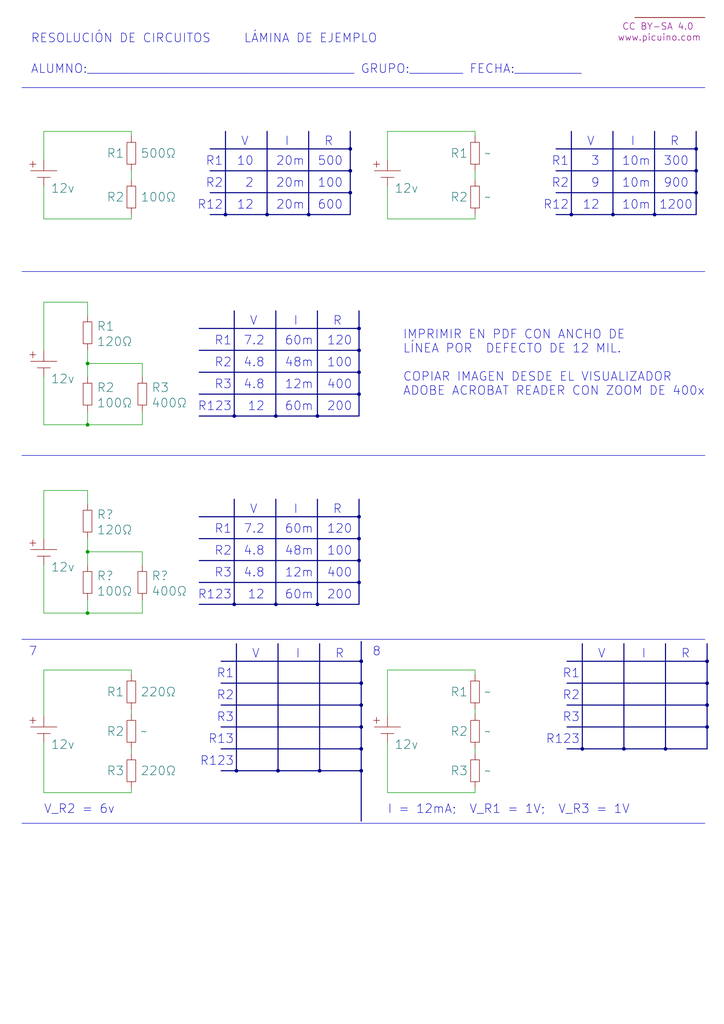
<source format=kicad_sch>
(kicad_sch (version 20230121) (generator eeschema)
  (paper "A4" portrait)
  (title_block (title "Circuitos eléctricos. Composición de resistencias en serie y paralelo") (date "8/05/2021") (company "www.picuino.com") (comment 1 "Copyright (c) 2021 by Carlos Pardo") (comment 2 "License CC BY-SA 4.0"))
  (lib_symbols
    (symbol "electric-resolver-circuitos-rescue:CopyRight-simbolos" (pin_names (offset 1.016))
      (property "License" "CC BY-SA 4.0" (at -1.27 -1.27 0))
      (property "Web" "www.picuino.com" (at 0 -1.27 0))
      (symbol "CopyRight-simbolos_0_1"
        (polyline (pts (xy -10.16 0) (xy 10.16 0)) (stroke (width 0.2032)))
      )
    )
    (symbol "electric-resolver-circuitos-rescue:Pila-simbolos" (pin_names (offset 1.016))
      (property "Reference" "V" (at 5.08 -4.445 0))
      (symbol "Pila-simbolos_0_1"
        (polyline (pts (xy -4.064 -1.27) (xy -2.286 -1.27)))
        (polyline (pts (xy -3.81 -3.175) (xy 3.81 -3.175)))
        (polyline (pts (xy -3.175 -0.381) (xy -3.175 -2.159)))
        (polyline (pts (xy -1.905 -5.08) (xy 1.905 -5.08)))
      )
      (symbol "Pila-simbolos_1_1"
        (pin input line (at 0 -7.62 90) (length 2.54) (name "") (number ""))
        (pin input line (at 0 0 270) (length 3.175) (name "") (number ""))
      )
    )
    (symbol "electric-resolver-circuitos-rescue:resistencia-simbolos" (pin_names (offset 1.016))
      (property "Reference" "R" (at 1.905 -5.08 0))
      (symbol "resistencia-simbolos_0_1"
        (rectangle (start -1.27 -1.905) (end 1.27 -8.255))
      )
      (symbol "resistencia-simbolos_1_1"
        (pin input line (at 0 -10.16 90) (length 1.905) (name "") (number ""))
        (pin input line (at 0 0 270) (length 1.905) (name "") (number ""))
      )
    )
  )
  (junction (at 80.01 175.26))
  (junction (at 165.735 62.23))
  (junction (at 101.6 49.53))
  (junction (at 104.14 168.91))
  (junction (at 104.775 191.77))
  (junction (at 193.04 217.17))
  (junction (at 25.4 123.19))
  (junction (at 65.405 62.23))
  (junction (at 92.075 120.65))
  (junction (at 77.47 62.23))
  (junction (at 168.91 217.17))
  (junction (at 25.4 105.41))
  (junction (at 104.775 210.82))
  (junction (at 80.01 120.65))
  (junction (at 67.945 175.26))
  (junction (at 101.6 43.18))
  (junction (at 177.8 62.23))
  (junction (at 101.6 55.88))
  (junction (at 25.4 177.8))
  (junction (at 104.14 156.21))
  (junction (at 89.535 62.23))
  (junction (at 104.14 107.95))
  (junction (at 180.975 217.17))
  (junction (at 201.93 55.88))
  (junction (at 104.14 149.86))
  (junction (at 25.4 160.02))
  (junction (at 205.105 191.77))
  (junction (at 104.14 95.25))
  (junction (at 104.775 198.12))
  (junction (at 67.945 120.65))
  (junction (at 104.775 217.17))
  (junction (at 205.105 198.12))
  (junction (at 201.93 43.18))
  (junction (at 92.71 223.52))
  (junction (at 104.14 101.6))
  (junction (at 92.075 175.26))
  (junction (at 205.105 204.47))
  (junction (at 104.775 223.52))
  (junction (at 104.775 204.47))
  (junction (at 205.105 210.82))
  (junction (at 80.645 223.52))
  (junction (at 201.93 49.53))
  (junction (at 68.58 223.52))
  (junction (at 104.14 114.3))
  (junction (at 189.865 62.23))
  (junction (at 104.14 162.56))
  (wire (pts (xy 41.275 119.38) (xy 41.275 123.19)))
  (wire (pts (xy 38.1 229.87) (xy 38.1 228.6)))
  (bus (pts (xy 67.945 120.65) (xy 80.01 120.65)))
  (wire (pts (xy 12.7 87.63) (xy 12.7 101.6)))
  (bus (pts (xy 205.105 198.12) (xy 205.105 204.47)))
  (bus (pts (xy 92.71 223.52) (xy 104.775 223.52)))
  (bus (pts (xy 104.14 90.17) (xy 104.14 95.25)))
  (bus (pts (xy 57.785 114.3) (xy 104.14 114.3)))
  (wire (pts (xy 137.795 218.44) (xy 137.795 217.17)))
  (bus (pts (xy 201.93 38.1) (xy 201.93 43.18)))
  (bus (pts (xy 189.865 62.23) (xy 201.93 62.23)))
  (bus (pts (xy 60.96 43.18) (xy 101.6 43.18)))
  (wire (pts (xy 25.4 173.99) (xy 25.4 177.8)))
  (bus (pts (xy 104.14 107.95) (xy 104.14 114.3)))
  (bus (pts (xy 104.14 114.3) (xy 104.14 120.65)))
  (bus (pts (xy 65.405 38.1) (xy 65.405 62.23)))
  (wire (pts (xy 12.7 38.1) (xy 38.1 38.1)))
  (bus (pts (xy 104.14 168.91) (xy 104.14 175.26)))
  (bus (pts (xy 64.135 223.52) (xy 68.58 223.52)))
  (bus (pts (xy 165.735 38.1) (xy 165.735 62.23)))
  (wire (pts (xy 112.395 229.87) (xy 137.795 229.87)))
  (bus (pts (xy 177.8 62.23) (xy 189.865 62.23)))
  (bus (pts (xy 80.01 120.65) (xy 92.075 120.65)))
  (bus (pts (xy 57.785 175.26) (xy 67.945 175.26)))
  (bus (pts (xy 104.14 162.56) (xy 104.14 168.91)))
  (bus (pts (xy 92.71 186.69) (xy 92.71 223.52)))
  (wire (pts (xy 25.4 123.19) (xy 41.275 123.19)))
  (bus (pts (xy 80.01 175.26) (xy 92.075 175.26)))
  (wire (pts (xy 12.7 142.24) (xy 12.7 156.21)))
  (wire (pts (xy 12.7 53.975) (xy 12.7 63.5)))
  (bus (pts (xy 201.93 43.18) (xy 201.93 49.53)))
  (wire (pts (xy 137.795 39.37) (xy 137.795 38.1)))
  (wire (pts (xy 137.795 49.53) (xy 137.795 52.07)))
  (bus (pts (xy 165.735 62.23) (xy 177.8 62.23)))
  (wire (pts (xy 38.1 194.31) (xy 12.7 194.31)))
  (bus (pts (xy 80.645 223.52) (xy 92.71 223.52)))
  (wire (pts (xy 12.7 123.19) (xy 25.4 123.19)))
  (wire (pts (xy 112.395 46.355) (xy 112.395 38.1)))
  (bus (pts (xy 104.775 191.77) (xy 104.775 198.12)))
  (bus (pts (xy 57.785 168.91) (xy 104.14 168.91)))
  (wire (pts (xy 25.4 101.6) (xy 25.4 105.41)))
  (polyline (pts (xy 6.35 238.76) (xy 204.47 238.76)))
  (polyline (pts (xy 6.35 78.74) (xy 204.47 78.74)))
  (wire (pts (xy 137.795 205.74) (xy 137.795 207.01)))
  (bus (pts (xy 104.775 210.82) (xy 104.775 217.17)))
  (bus (pts (xy 60.96 62.23) (xy 65.405 62.23)))
  (wire (pts (xy 12.7 63.5) (xy 38.1 63.5)))
  (bus (pts (xy 67.945 144.78) (xy 67.945 175.26)))
  (wire (pts (xy 12.7 109.22) (xy 12.7 123.19)))
  (wire (pts (xy 12.7 177.8) (xy 25.4 177.8)))
  (wire (pts (xy 38.1 62.23) (xy 38.1 63.5)))
  (bus (pts (xy 68.58 223.52) (xy 80.645 223.52)))
  (bus (pts (xy 164.465 198.12) (xy 205.105 198.12)))
  (polyline (pts (xy 6.35 185.42) (xy 204.47 185.42)))
  (bus (pts (xy 92.075 144.78) (xy 92.075 175.26)))
  (wire (pts (xy 25.4 87.63) (xy 12.7 87.63)))
  (bus (pts (xy 161.29 49.53) (xy 201.93 49.53)))
  (bus (pts (xy 161.29 43.18) (xy 201.93 43.18)))
  (wire (pts (xy 112.395 194.31) (xy 112.395 207.645)))
  (bus (pts (xy 205.105 210.82) (xy 205.105 217.17)))
  (bus (pts (xy 164.465 210.82) (xy 205.105 210.82)))
  (bus (pts (xy 104.775 186.055) (xy 104.775 191.77)))
  (bus (pts (xy 104.775 217.17) (xy 104.775 223.52)))
  (wire (pts (xy 25.4 177.8) (xy 41.275 177.8)))
  (bus (pts (xy 80.01 90.17) (xy 80.01 120.65)))
  (wire (pts (xy 12.7 46.355) (xy 12.7 38.1)))
  (bus (pts (xy 64.135 217.17) (xy 104.775 217.17)))
  (bus (pts (xy 161.29 55.88) (xy 201.93 55.88)))
  (bus (pts (xy 193.04 217.17) (xy 205.105 217.17)))
  (bus (pts (xy 57.785 156.21) (xy 104.14 156.21)))
  (bus (pts (xy 104.775 198.12) (xy 104.775 204.47)))
  (bus (pts (xy 89.535 38.1) (xy 89.535 62.23)))
  (bus (pts (xy 168.91 217.17) (xy 180.975 217.17)))
  (bus (pts (xy 60.96 49.53) (xy 101.6 49.53)))
  (bus (pts (xy 57.785 95.25) (xy 104.14 95.25)))
  (wire (pts (xy 25.4 142.24) (xy 12.7 142.24)))
  (wire (pts (xy 137.795 194.31) (xy 112.395 194.31)))
  (bus (pts (xy 180.975 186.69) (xy 180.975 217.17)))
  (bus (pts (xy 164.465 191.77) (xy 205.105 191.77)))
  (wire (pts (xy 38.1 205.74) (xy 38.1 207.01)))
  (wire (pts (xy 137.795 62.23) (xy 137.795 63.5)))
  (bus (pts (xy 80.645 186.69) (xy 80.645 223.52)))
  (bus (pts (xy 201.93 49.53) (xy 201.93 55.88)))
  (bus (pts (xy 193.04 186.69) (xy 193.04 217.17)))
  (bus (pts (xy 180.975 217.17) (xy 193.04 217.17)))
  (wire (pts (xy 41.275 160.02) (xy 41.275 163.83)))
  (bus (pts (xy 57.785 101.6) (xy 104.14 101.6)))
  (bus (pts (xy 67.945 175.26) (xy 80.01 175.26)))
  (bus (pts (xy 101.6 49.53) (xy 101.6 55.88)))
  (bus (pts (xy 189.865 38.1) (xy 189.865 62.23)))
  (wire (pts (xy 137.795 194.31) (xy 137.795 195.58)))
  (wire (pts (xy 112.395 215.265) (xy 112.395 229.87)))
  (wire (pts (xy 12.7 163.83) (xy 12.7 177.8)))
  (bus (pts (xy 201.93 55.88) (xy 201.93 62.23)))
  (bus (pts (xy 205.105 204.47) (xy 205.105 210.82)))
  (wire (pts (xy 112.395 63.5) (xy 137.795 63.5)))
  (bus (pts (xy 92.075 175.26) (xy 104.14 175.26)))
  (bus (pts (xy 57.785 107.95) (xy 104.14 107.95)))
  (bus (pts (xy 164.465 217.17) (xy 168.91 217.17)))
  (bus (pts (xy 67.945 90.17) (xy 67.945 120.65)))
  (wire (pts (xy 25.4 109.22) (xy 25.4 105.41)))
  (bus (pts (xy 60.96 55.88) (xy 101.6 55.88)))
  (wire (pts (xy 25.4 142.24) (xy 25.4 146.05)))
  (bus (pts (xy 177.8 38.1) (xy 177.8 62.23)))
  (bus (pts (xy 101.6 38.1) (xy 101.6 43.18)))
  (bus (pts (xy 64.135 191.77) (xy 104.775 191.77)))
  (bus (pts (xy 57.785 162.56) (xy 104.14 162.56)))
  (wire (pts (xy 41.275 173.99) (xy 41.275 177.8)))
  (wire (pts (xy 38.1 194.31) (xy 38.1 195.58)))
  (bus (pts (xy 101.6 55.88) (xy 101.6 62.23)))
  (bus (pts (xy 101.6 43.18) (xy 101.6 49.53)))
  (bus (pts (xy 92.075 120.65) (xy 104.14 120.65)))
  (bus (pts (xy 77.47 38.1) (xy 77.47 62.23)))
  (bus (pts (xy 104.14 101.6) (xy 104.14 107.95)))
  (bus (pts (xy 164.465 204.47) (xy 205.105 204.47)))
  (wire (pts (xy 41.275 105.41) (xy 41.275 109.22)))
  (bus (pts (xy 205.105 186.69) (xy 205.105 191.77)))
  (wire (pts (xy 112.395 53.975) (xy 112.395 63.5)))
  (bus (pts (xy 104.14 149.86) (xy 104.14 156.21)))
  (polyline (pts (xy 6.35 25.4) (xy 204.47 25.4)))
  (bus (pts (xy 68.58 186.69) (xy 68.58 223.52)))
  (bus (pts (xy 89.535 62.23) (xy 101.6 62.23)))
  (bus (pts (xy 64.135 210.82) (xy 104.775 210.82)))
  (bus (pts (xy 57.785 149.86) (xy 104.14 149.86)))
  (wire (pts (xy 137.795 229.87) (xy 137.795 228.6)))
  (bus (pts (xy 104.775 204.47) (xy 104.775 210.82)))
  (bus (pts (xy 65.405 62.23) (xy 77.47 62.23)))
  (bus (pts (xy 104.14 156.21) (xy 104.14 162.56)))
  (bus (pts (xy 104.14 95.25) (xy 104.14 101.6)))
  (wire (pts (xy 25.4 119.38) (xy 25.4 123.19)))
  (bus (pts (xy 92.075 90.17) (xy 92.075 120.65)))
  (bus (pts (xy 57.785 120.65) (xy 67.945 120.65)))
  (wire (pts (xy 38.1 39.37) (xy 38.1 38.1)))
  (bus (pts (xy 168.91 186.69) (xy 168.91 217.17)))
  (wire (pts (xy 25.4 160.02) (xy 41.275 160.02)))
  (bus (pts (xy 77.47 62.23) (xy 89.535 62.23)))
  (wire (pts (xy 12.7 215.265) (xy 12.7 229.87)))
  (wire (pts (xy 25.4 156.21) (xy 25.4 160.02)))
  (bus (pts (xy 205.105 191.77) (xy 205.105 198.12)))
  (bus (pts (xy 64.135 198.12) (xy 104.775 198.12)))
  (bus (pts (xy 104.14 144.78) (xy 104.14 149.86)))
  (wire (pts (xy 25.4 105.41) (xy 41.275 105.41)))
  (wire (pts (xy 112.395 38.1) (xy 137.795 38.1)))
  (wire (pts (xy 12.7 229.87) (xy 38.1 229.87)))
  (bus (pts (xy 80.01 144.78) (xy 80.01 175.26)))
  (wire (pts (xy 25.4 87.63) (xy 25.4 91.44)))
  (bus (pts (xy 64.135 204.47) (xy 104.775 204.47)))
  (bus (pts (xy 104.775 223.52) (xy 104.775 238.125)))
  (polyline (pts (xy 6.35 132.08) (xy 204.47 132.08)))
  (wire (pts (xy 12.7 194.31) (xy 12.7 207.645)))
  (bus (pts (xy 161.29 62.23) (xy 165.735 62.23)))
  (wire (pts (xy 38.1 218.44) (xy 38.1 217.17)))
  (wire (pts (xy 25.4 163.83) (xy 25.4 160.02)))
  (wire (pts (xy 38.1 49.53) (xy 38.1 52.07)))
  (text "60m" (at 82.55 119.38 0) (effects (font (size 2.54 2.54)) (justify left bottom)))
  (text "20m" (at 80.01 60.96 0) (effects (font (size 2.54 2.54)) (justify left bottom)))
  (text "R3" (at 67.31 167.64 0) (effects (font (size 2.54 2.54)) (justify right bottom)))
  (text "900\n" (at 192.405 54.61 0) (effects (font (size 2.54 2.54)) (justify left bottom)))
  (text "R12" (at 64.77 60.96 0) (effects (font (size 2.54 2.54)) (justify right bottom)))
  (text "R1" (at 165.1 48.26 0) (effects (font (size 2.54 2.54)) (justify right bottom)))
  (text "V_R2 = 6v" (at 12.7 236.22 0) (effects (font (size 2.54 2.54)) (justify left bottom)))
  (text "I" (at 186.055 191.135 0) (effects (font (size 2.54 2.54)) (justify left bottom)))
  (text "60m" (at 82.55 154.94 0) (effects (font (size 2.54 2.54)) (justify left bottom)))
  (text "V" (at 170.18 42.545 0) (effects (font (size 2.54 2.54)) (justify left bottom)))
  (text "R123" (at 67.31 119.38 0) (effects (font (size 2.54 2.54)) (justify right bottom)))
  (text "200\n" (at 102.235 119.38 0) (effects (font (size 2.54 2.54)) (justify right bottom)))
  (text "I" (at 82.55 42.545 0) (effects (font (size 2.54 2.54)) (justify left bottom)))
  (text "100\n" (at 102.235 161.29 0) (effects (font (size 2.54 2.54)) (justify right bottom)))
  (text "R2" (at 67.31 161.29 0) (effects (font (size 2.54 2.54)) (justify right bottom)))
  (text "8" (at 107.95 190.5 0) (effects (font (size 2.54 2.54)) (justify left bottom)))
  (text "7.2" (at 76.835 100.33 0) (effects (font (size 2.54 2.54)) (justify right bottom)))
  (text "V" (at 72.39 149.225 0) (effects (font (size 2.54 2.54)) (justify left bottom)))
  (text "R13" (at 67.945 215.9 0) (effects (font (size 2.54 2.54)) (justify right bottom)))
  (text "60m" (at 82.55 173.99 0) (effects (font (size 2.54 2.54)) (justify left bottom)))
  (text "V" (at 73.025 191.135 0) (effects (font (size 2.54 2.54)) (justify left bottom)))
  (text "I" (at 85.725 191.135 0) (effects (font (size 2.54 2.54)) (justify left bottom)))
  (text "10m" (at 180.34 48.26 0) (effects (font (size 2.54 2.54)) (justify left bottom)))
  (text "R12" (at 165.1 60.96 0) (effects (font (size 2.54 2.54)) (justify right bottom)))
  (text "R1" (at 168.275 196.85 0) (effects (font (size 2.54 2.54)) (justify right bottom)))
  (text "R3" (at 67.31 113.03 0) (effects (font (size 2.54 2.54)) (justify right bottom)))
  (text "R3" (at 67.945 209.55 0) (effects (font (size 2.54 2.54)) (justify right bottom)))
  (text "120\n" (at 102.235 100.33 0) (effects (font (size 2.54 2.54)) (justify right bottom)))
  (text "V" (at 69.85 42.545 0) (effects (font (size 2.54 2.54)) (justify left bottom)))
  (text "R1" (at 67.31 100.33 0) (effects (font (size 2.54 2.54)) (justify right bottom)))
  (text "100\n" (at 92.075 54.61 0) (effects (font (size 2.54 2.54)) (justify left bottom)))
  (text "R2" (at 67.31 106.68 0) (effects (font (size 2.54 2.54)) (justify right bottom)))
  (text "7" (at 8.255 190.5 0) (effects (font (size 2.54 2.54)) (justify left bottom)))
  (text "400\n" (at 102.235 113.03 0) (effects (font (size 2.54 2.54)) (justify right bottom)))
  (text "12" (at 173.99 60.96 0) (effects (font (size 2.54 2.54)) (justify right bottom)))
  (text "R" (at 96.52 149.225 0) (effects (font (size 2.54 2.54)) (justify left bottom)))
  (text "R2" (at 168.275 203.2 0) (effects (font (size 2.54 2.54)) (justify right bottom)))
  (text "4.8" (at 76.835 161.29 0) (effects (font (size 2.54 2.54)) (justify right bottom)))
  (text "R" (at 97.155 191.135 0) (effects (font (size 2.54 2.54)) (justify left bottom)))
  (text "4.8" (at 76.835 167.64 0) (effects (font (size 2.54 2.54)) (justify right bottom)))
  (text "R3" (at 168.275 209.55 0) (effects (font (size 2.54 2.54)) (justify right bottom)))
  (text "R1" (at 64.77 48.26 0) (effects (font (size 2.54 2.54)) (justify right bottom)))
  (text "R123" (at 168.275 215.9 0) (effects (font (size 2.54 2.54)) (justify right bottom)))
  (text "400\n" (at 102.235 167.64 0) (effects (font (size 2.54 2.54)) (justify right bottom)))
  (text "12m" (at 82.55 167.64 0) (effects (font (size 2.54 2.54)) (justify left bottom)))
  (text "10m" (at 180.34 60.96 0) (effects (font (size 2.54 2.54)) (justify left bottom)))
  (text "R" (at 194.31 42.545 0) (effects (font (size 2.54 2.54)) (justify left bottom)))
  (text "7.2" (at 76.835 154.94 0) (effects (font (size 2.54 2.54)) (justify right bottom)))
  (text "12" (at 76.835 173.99 0) (effects (font (size 2.54 2.54)) (justify right bottom)))
  (text "120\n" (at 102.235 154.94 0) (effects (font (size 2.54 2.54)) (justify right bottom)))
  (text "12" (at 73.66 60.96 0) (effects (font (size 2.54 2.54)) (justify right bottom)))
  (text "R123" (at 67.945 222.25 0) (effects (font (size 2.54 2.54)) (justify right bottom)))
  (text "60m" (at 82.55 100.33 0) (effects (font (size 2.54 2.54)) (justify left bottom)))
  (text "12" (at 76.835 119.38 0) (effects (font (size 2.54 2.54)) (justify right bottom)))
  (text "4.8" (at 76.835 113.03 0) (effects (font (size 2.54 2.54)) (justify right bottom)))
  (text "R" (at 197.485 191.135 0) (effects (font (size 2.54 2.54)) (justify left bottom)))
  (text "9" (at 173.99 54.61 0) (effects (font (size 2.54 2.54)) (justify right bottom)))
  (text "IMPRIMIR EN PDF CON ANCHO DE \nLÍNEA POR  DEFECTO DE 12 MIL.\n\nCOPIAR IMAGEN DESDE EL VISUALIZADOR\nADOBE ACROBAT READER CON ZOOM DE 400x" (at 116.84 114.935 0) (effects (font (size 2.54 2.54)) (justify left bottom)))
  (text "R1" (at 67.31 154.94 0) (effects (font (size 2.54 2.54)) (justify right bottom)))
  (text "R" (at 93.98 42.545 0) (effects (font (size 2.54 2.54)) (justify left bottom)))
  (text "10m" (at 180.34 54.61 0) (effects (font (size 2.54 2.54)) (justify left bottom)))
  (text "1200" (at 191.135 60.96 0) (effects (font (size 2.54 2.54)) (justify left bottom)))
  (text "500" (at 92.075 48.26 0) (effects (font (size 2.54 2.54)) (justify left bottom)))
  (text "3" (at 173.99 48.26 0) (effects (font (size 2.54 2.54)) (justify right bottom)))
  (text "V" (at 72.39 94.615 0) (effects (font (size 2.54 2.54)) (justify left bottom)))
  (text "I" (at 85.09 149.225 0) (effects (font (size 2.54 2.54)) (justify left bottom)))
  (text "ALUMNO:________________________________________ GRUPO:________ FECHA:__________" (at 8.89 21.59 0) (effects (font (size 2.54 2.54)) (justify left bottom)))
  (text "R2" (at 165.1 54.61 0) (effects (font (size 2.54 2.54)) (justify right bottom)))
  (text "100\n" (at 102.235 106.68 0) (effects (font (size 2.54 2.54)) (justify right bottom)))
  (text "4.8" (at 76.835 106.68 0) (effects (font (size 2.54 2.54)) (justify right bottom)))
  (text "20m" (at 80.01 54.61 0) (effects (font (size 2.54 2.54)) (justify left bottom)))
  (text "10" (at 73.66 48.26 0) (effects (font (size 2.54 2.54)) (justify right bottom)))
  (text "V" (at 173.355 191.135 0) (effects (font (size 2.54 2.54)) (justify left bottom)))
  (text "R" (at 96.52 94.615 0) (effects (font (size 2.54 2.54)) (justify left bottom)))
  (text "I" (at 85.09 94.615 0) (effects (font (size 2.54 2.54)) (justify left bottom)))
  (text "R1" (at 67.945 196.85 0) (effects (font (size 2.54 2.54)) (justify right bottom)))
  (text "RESOLUCIÓN DE CIRCUITOS     LÁMINA DE EJEMPLO" (at 8.89 12.7 0) (effects (font (size 2.54 2.54)) (justify left bottom)))
  (text "R2" (at 64.77 54.61 0) (effects (font (size 2.54 2.54)) (justify right bottom)))
  (text "48m" (at 82.55 106.68 0) (effects (font (size 2.54 2.54)) (justify left bottom)))
  (text "I = 12mA;  V_R1 = 1V;  V_R3 = 1V" (at 112.395 236.22 0) (effects (font (size 2.54 2.54)) (justify left bottom)))
  (text "I" (at 182.88 42.545 0) (effects (font (size 2.54 2.54)) (justify left bottom)))
  (text "R2" (at 67.945 203.2 0) (effects (font (size 2.54 2.54)) (justify right bottom)))
  (text "2" (at 73.66 54.61 0) (effects (font (size 2.54 2.54)) (justify right bottom)))
  (text "20m" (at 80.01 48.26 0) (effects (font (size 2.54 2.54)) (justify left bottom)))
  (text "R123" (at 67.31 173.99 0) (effects (font (size 2.54 2.54)) (justify right bottom)))
  (text "48m" (at 82.55 161.29 0) (effects (font (size 2.54 2.54)) (justify left bottom)))
  (text "200\n" (at 102.235 173.99 0) (effects (font (size 2.54 2.54)) (justify right bottom)))
  (text "12m" (at 82.55 113.03 0) (effects (font (size 2.54 2.54)) (justify left bottom)))
  (text "600" (at 92.075 60.96 0) (effects (font (size 2.54 2.54)) (justify left bottom)))
  (text "300" (at 192.405 48.26 0) (effects (font (size 2.54 2.54)) (justify left bottom)))
  (symbol (lib_id "electric-resolver-circuitos-rescue:Pila-simbolos") (at 12.7 46.355 0) (unit 1)
    (property "Reference" "V" (effects hide))
    (property "Value" "12v" (at 14.605 54.61 0) (effects (font (size 2.54 2.54)) (justify left)))
  )
  (symbol (lib_id "electric-resolver-circuitos-rescue:resistencia-simbolos") (at 38.1 39.37 0) (unit 1)
    (property "Reference" "R1" (at 36.195 44.45 0) (effects (font (size 2.54 2.54)) (justify right)))
    (property "Value" "500Ω" (at 40.64 44.45 0) (effects (font (size 2.54 2.54)) (justify left)))
  )
  (symbol (lib_id "electric-resolver-circuitos-rescue:resistencia-simbolos") (at 38.1 52.07 0) (unit 1)
    (property "Reference" "R2" (at 36.195 57.15 0) (effects (font (size 2.54 2.54)) (justify right)))
    (property "Value" "100Ω" (at 40.64 57.15 0) (effects (font (size 2.54 2.54)) (justify left)))
  )
  (symbol (lib_id "electric-resolver-circuitos-rescue:CopyRight-simbolos") (at 194.31 5.08 0) (unit 1)
    (property "Reference" "CP?" (effects hide))
    (property "Value" "CopyRight" (effects hide))
    (property "License" "CC BY-SA 4.0" (at 201.295 7.62 0) (effects (font (size 1.905 1.905)) (justify right)))
    (property "Web" "www.picuino.com" (at 179.07 10.795 0) (effects (font (size 1.905 1.905)) (justify left)))
  )
  (symbol (lib_id "electric-resolver-circuitos-rescue:resistencia-simbolos") (at 38.1 207.01 0) (unit 1)
    (property "Reference" "R2" (at 36.195 212.09 0) (effects (font (size 2.54 2.54)) (justify right)))
    (property "Value" "~" (at 40.64 212.09 0) (effects (font (size 2.54 2.54)) (justify left)))
  )
  (symbol (lib_id "electric-resolver-circuitos-rescue:Pila-simbolos") (at 12.7 101.6 0) (unit 1)
    (property "Reference" "V9" (effects hide))
    (property "Value" "12v" (at 14.605 109.855 0) (effects (font (size 2.54 2.54)) (justify left)))
  )
  (symbol (lib_id "electric-resolver-circuitos-rescue:resistencia-simbolos") (at 25.4 146.05 0) (unit 1)
    (property "Reference" "R?" (at 27.94 149.225 0) (effects (font (size 2.54 2.54)) (justify left)))
    (property "Value" "120Ω" (at 27.94 153.67 0) (effects (font (size 2.54 2.54)) (justify left)))
  )
  (symbol (lib_id "electric-resolver-circuitos-rescue:resistencia-simbolos") (at 25.4 91.44 0) (unit 1)
    (property "Reference" "R1" (at 27.94 94.615 0) (effects (font (size 2.54 2.54)) (justify left)))
    (property "Value" "120Ω" (at 27.94 99.06 0) (effects (font (size 2.54 2.54)) (justify left)))
  )
  (symbol (lib_id "electric-resolver-circuitos-rescue:resistencia-simbolos") (at 137.795 207.01 0) (unit 1)
    (property "Reference" "R2" (at 135.89 212.09 0) (effects (font (size 2.54 2.54)) (justify right)))
    (property "Value" "~" (at 140.335 212.09 0) (effects (font (size 2.54 2.54)) (justify left)))
  )
  (symbol (lib_id "electric-resolver-circuitos-rescue:resistencia-simbolos") (at 137.795 218.44 0) (unit 1)
    (property "Reference" "R3" (at 135.89 223.52 0) (effects (font (size 2.54 2.54)) (justify right)))
    (property "Value" "~" (at 140.335 223.52 0) (effects (font (size 2.54 2.54)) (justify left)))
  )
  (symbol (lib_id "electric-resolver-circuitos-rescue:resistencia-simbolos") (at 38.1 195.58 0) (unit 1)
    (property "Reference" "R1" (at 36.195 200.66 0) (effects (font (size 2.54 2.54)) (justify right)))
    (property "Value" "220Ω" (at 40.64 200.66 0) (effects (font (size 2.54 2.54)) (justify left)))
  )
  (symbol (lib_id "electric-resolver-circuitos-rescue:Pila-simbolos") (at 112.395 207.645 0) (unit 1)
    (property "Reference" "V8" (effects hide))
    (property "Value" "12v" (at 114.3 215.9 0) (effects (font (size 2.54 2.54)) (justify left)))
  )
  (symbol (lib_id "electric-resolver-circuitos-rescue:resistencia-simbolos") (at 25.4 163.83 0) (unit 1)
    (property "Reference" "R?" (at 27.94 167.005 0) (effects (font (size 2.54 2.54)) (justify left)))
    (property "Value" "100Ω" (at 27.94 171.45 0) (effects (font (size 2.54 2.54)) (justify left)))
  )
  (symbol (lib_id "electric-resolver-circuitos-rescue:resistencia-simbolos") (at 137.795 39.37 0) (unit 1)
    (property "Reference" "R1" (at 135.89 44.45 0) (effects (font (size 2.54 2.54)) (justify right)))
    (property "Value" "~" (at 140.335 44.45 0) (effects (font (size 2.54 2.54)) (justify left)))
  )
  (symbol (lib_id "electric-resolver-circuitos-rescue:resistencia-simbolos") (at 137.795 195.58 0) (unit 1)
    (property "Reference" "R1" (at 135.89 200.66 0) (effects (font (size 2.54 2.54)) (justify right)))
    (property "Value" "~" (at 140.335 200.66 0) (effects (font (size 2.54 2.54)) (justify left)))
  )
  (symbol (lib_id "electric-resolver-circuitos-rescue:resistencia-simbolos") (at 25.4 109.22 0) (unit 1)
    (property "Reference" "R2" (at 27.94 112.395 0) (effects (font (size 2.54 2.54)) (justify left)))
    (property "Value" "100Ω" (at 27.94 116.84 0) (effects (font (size 2.54 2.54)) (justify left)))
  )
  (symbol (lib_id "electric-resolver-circuitos-rescue:resistencia-simbolos") (at 137.795 52.07 0) (unit 1)
    (property "Reference" "R2" (at 135.89 57.15 0) (effects (font (size 2.54 2.54)) (justify right)))
    (property "Value" "~" (at 140.335 57.15 0) (effects (font (size 2.54 2.54)) (justify left)))
  )
  (symbol (lib_id "electric-resolver-circuitos-rescue:Pila-simbolos") (at 112.395 46.355 0) (unit 1)
    (property "Reference" "V2" (effects hide))
    (property "Value" "12v" (at 114.3 54.61 0) (effects (font (size 2.54 2.54)) (justify left)))
  )
  (symbol (lib_id "electric-resolver-circuitos-rescue:Pila-simbolos") (at 12.7 156.21 0) (unit 1)
    (property "Reference" "V?" (effects hide))
    (property "Value" "12v" (at 14.605 164.465 0) (effects (font (size 2.54 2.54)) (justify left)))
  )
  (symbol (lib_id "electric-resolver-circuitos-rescue:Pila-simbolos") (at 12.7 207.645 0) (unit 1)
    (property "Reference" "V7" (effects hide))
    (property "Value" "12v" (at 14.605 215.9 0) (effects (font (size 2.54 2.54)) (justify left)))
  )
  (symbol (lib_id "electric-resolver-circuitos-rescue:resistencia-simbolos") (at 38.1 218.44 0) (unit 1)
    (property "Reference" "R3" (at 36.195 223.52 0) (effects (font (size 2.54 2.54)) (justify right)))
    (property "Value" "220Ω" (at 40.64 223.52 0) (effects (font (size 2.54 2.54)) (justify left)))
  )
  (symbol (lib_id "electric-resolver-circuitos-rescue:resistencia-simbolos") (at 41.275 109.22 0) (unit 1)
    (property "Reference" "R3" (at 43.815 112.395 0) (effects (font (size 2.54 2.54)) (justify left)))
    (property "Value" "400Ω" (at 43.815 116.84 0) (effects (font (size 2.54 2.54)) (justify left)))
  )
  (symbol (lib_id "electric-resolver-circuitos-rescue:resistencia-simbolos") (at 41.275 163.83 0) (unit 1)
    (property "Reference" "R?" (at 43.815 167.005 0) (effects (font (size 2.54 2.54)) (justify left)))
    (property "Value" "400Ω" (at 43.815 171.45 0) (effects (font (size 2.54 2.54)) (justify left)))
  )
)
</source>
